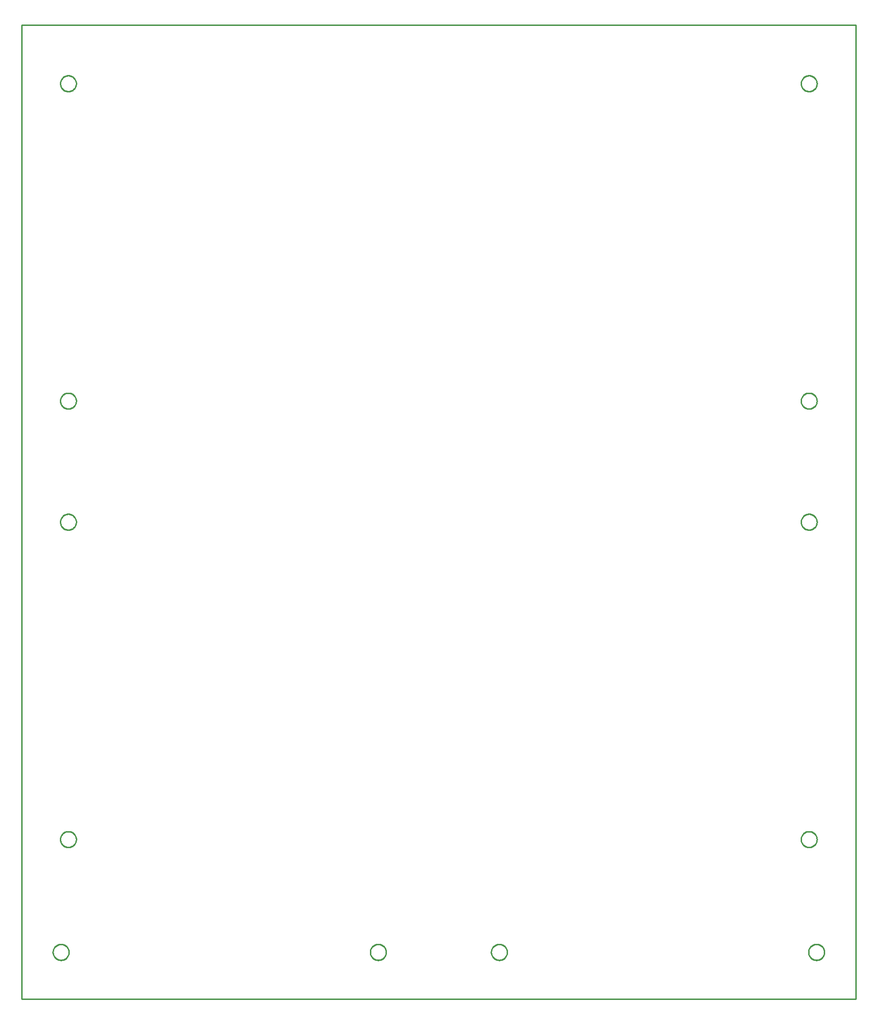
<source format=gbr>
G04 EAGLE Gerber X2 export*
%TF.Part,Single*%
%TF.FileFunction,Profile,NP*%
%TF.FilePolarity,Positive*%
%TF.GenerationSoftware,Autodesk,EAGLE,9.1.3*%
%TF.CreationDate,2020-04-16T01:31:32Z*%
G75*
%MOMM*%
%FSLAX34Y34*%
%LPD*%
%AMOC8*
5,1,8,0,0,1.08239X$1,22.5*%
G01*
%ADD10C,0.254000*%


D10*
X-114300Y-342900D02*
X1384100Y-342900D01*
X1384100Y1406400D01*
X-114300Y1406400D01*
X-114300Y-342900D01*
X757950Y-259509D02*
X757877Y-260524D01*
X757733Y-261532D01*
X757516Y-262526D01*
X757229Y-263503D01*
X756874Y-264457D01*
X756451Y-265383D01*
X755963Y-266276D01*
X755413Y-267132D01*
X754803Y-267947D01*
X754136Y-268716D01*
X753416Y-269436D01*
X752647Y-270103D01*
X751832Y-270713D01*
X750976Y-271263D01*
X750083Y-271751D01*
X749157Y-272174D01*
X748203Y-272529D01*
X747226Y-272816D01*
X746232Y-273033D01*
X745224Y-273177D01*
X744209Y-273250D01*
X743191Y-273250D01*
X742176Y-273177D01*
X741168Y-273033D01*
X740174Y-272816D01*
X739197Y-272529D01*
X738243Y-272174D01*
X737317Y-271751D01*
X736424Y-271263D01*
X735568Y-270713D01*
X734753Y-270103D01*
X733984Y-269436D01*
X733264Y-268716D01*
X732597Y-267947D01*
X731987Y-267132D01*
X731437Y-266276D01*
X730949Y-265383D01*
X730526Y-264457D01*
X730171Y-263503D01*
X729884Y-262526D01*
X729667Y-261532D01*
X729523Y-260524D01*
X729450Y-259509D01*
X729450Y-258491D01*
X729523Y-257476D01*
X729667Y-256468D01*
X729884Y-255474D01*
X730171Y-254497D01*
X730526Y-253543D01*
X730949Y-252617D01*
X731437Y-251724D01*
X731987Y-250868D01*
X732597Y-250053D01*
X733264Y-249284D01*
X733984Y-248564D01*
X734753Y-247897D01*
X735568Y-247287D01*
X736424Y-246737D01*
X737317Y-246249D01*
X738243Y-245826D01*
X739197Y-245471D01*
X740174Y-245184D01*
X741168Y-244967D01*
X742176Y-244823D01*
X743191Y-244750D01*
X744209Y-244750D01*
X745224Y-244823D01*
X746232Y-244967D01*
X747226Y-245184D01*
X748203Y-245471D01*
X749157Y-245826D01*
X750083Y-246249D01*
X750976Y-246737D01*
X751832Y-247287D01*
X752647Y-247897D01*
X753416Y-248564D01*
X754136Y-249284D01*
X754803Y-250053D01*
X755413Y-250868D01*
X755963Y-251724D01*
X756451Y-252617D01*
X756874Y-253543D01*
X757229Y-254497D01*
X757516Y-255474D01*
X757733Y-256468D01*
X757877Y-257476D01*
X757950Y-258491D01*
X757950Y-259509D01*
X1327950Y-259509D02*
X1327877Y-260524D01*
X1327733Y-261532D01*
X1327516Y-262526D01*
X1327229Y-263503D01*
X1326874Y-264457D01*
X1326451Y-265383D01*
X1325963Y-266276D01*
X1325413Y-267132D01*
X1324803Y-267947D01*
X1324136Y-268716D01*
X1323416Y-269436D01*
X1322647Y-270103D01*
X1321832Y-270713D01*
X1320976Y-271263D01*
X1320083Y-271751D01*
X1319157Y-272174D01*
X1318203Y-272529D01*
X1317226Y-272816D01*
X1316232Y-273033D01*
X1315224Y-273177D01*
X1314209Y-273250D01*
X1313191Y-273250D01*
X1312176Y-273177D01*
X1311168Y-273033D01*
X1310174Y-272816D01*
X1309197Y-272529D01*
X1308243Y-272174D01*
X1307317Y-271751D01*
X1306424Y-271263D01*
X1305568Y-270713D01*
X1304753Y-270103D01*
X1303984Y-269436D01*
X1303264Y-268716D01*
X1302597Y-267947D01*
X1301987Y-267132D01*
X1301437Y-266276D01*
X1300949Y-265383D01*
X1300526Y-264457D01*
X1300171Y-263503D01*
X1299884Y-262526D01*
X1299667Y-261532D01*
X1299523Y-260524D01*
X1299450Y-259509D01*
X1299450Y-258491D01*
X1299523Y-257476D01*
X1299667Y-256468D01*
X1299884Y-255474D01*
X1300171Y-254497D01*
X1300526Y-253543D01*
X1300949Y-252617D01*
X1301437Y-251724D01*
X1301987Y-250868D01*
X1302597Y-250053D01*
X1303264Y-249284D01*
X1303984Y-248564D01*
X1304753Y-247897D01*
X1305568Y-247287D01*
X1306424Y-246737D01*
X1307317Y-246249D01*
X1308243Y-245826D01*
X1309197Y-245471D01*
X1310174Y-245184D01*
X1311168Y-244967D01*
X1312176Y-244823D01*
X1313191Y-244750D01*
X1314209Y-244750D01*
X1315224Y-244823D01*
X1316232Y-244967D01*
X1317226Y-245184D01*
X1318203Y-245471D01*
X1319157Y-245826D01*
X1320083Y-246249D01*
X1320976Y-246737D01*
X1321832Y-247287D01*
X1322647Y-247897D01*
X1323416Y-248564D01*
X1324136Y-249284D01*
X1324803Y-250053D01*
X1325413Y-250868D01*
X1325963Y-251724D01*
X1326451Y-252617D01*
X1326874Y-253543D01*
X1327229Y-254497D01*
X1327516Y-255474D01*
X1327733Y-256468D01*
X1327877Y-257476D01*
X1327950Y-258491D01*
X1327950Y-259509D01*
X-29450Y-259509D02*
X-29523Y-260524D01*
X-29667Y-261532D01*
X-29884Y-262526D01*
X-30171Y-263503D01*
X-30526Y-264457D01*
X-30949Y-265383D01*
X-31437Y-266276D01*
X-31987Y-267132D01*
X-32597Y-267947D01*
X-33264Y-268716D01*
X-33984Y-269436D01*
X-34753Y-270103D01*
X-35568Y-270713D01*
X-36424Y-271263D01*
X-37317Y-271751D01*
X-38243Y-272174D01*
X-39197Y-272529D01*
X-40174Y-272816D01*
X-41168Y-273033D01*
X-42176Y-273177D01*
X-43191Y-273250D01*
X-44209Y-273250D01*
X-45224Y-273177D01*
X-46232Y-273033D01*
X-47226Y-272816D01*
X-48203Y-272529D01*
X-49157Y-272174D01*
X-50083Y-271751D01*
X-50976Y-271263D01*
X-51832Y-270713D01*
X-52647Y-270103D01*
X-53416Y-269436D01*
X-54136Y-268716D01*
X-54803Y-267947D01*
X-55413Y-267132D01*
X-55963Y-266276D01*
X-56451Y-265383D01*
X-56874Y-264457D01*
X-57229Y-263503D01*
X-57516Y-262526D01*
X-57733Y-261532D01*
X-57877Y-260524D01*
X-57950Y-259509D01*
X-57950Y-258491D01*
X-57877Y-257476D01*
X-57733Y-256468D01*
X-57516Y-255474D01*
X-57229Y-254497D01*
X-56874Y-253543D01*
X-56451Y-252617D01*
X-55963Y-251724D01*
X-55413Y-250868D01*
X-54803Y-250053D01*
X-54136Y-249284D01*
X-53416Y-248564D01*
X-52647Y-247897D01*
X-51832Y-247287D01*
X-50976Y-246737D01*
X-50083Y-246249D01*
X-49157Y-245826D01*
X-48203Y-245471D01*
X-47226Y-245184D01*
X-46232Y-244967D01*
X-45224Y-244823D01*
X-44209Y-244750D01*
X-43191Y-244750D01*
X-42176Y-244823D01*
X-41168Y-244967D01*
X-40174Y-245184D01*
X-39197Y-245471D01*
X-38243Y-245826D01*
X-37317Y-246249D01*
X-36424Y-246737D01*
X-35568Y-247287D01*
X-34753Y-247897D01*
X-33984Y-248564D01*
X-33264Y-249284D01*
X-32597Y-250053D01*
X-31987Y-250868D01*
X-31437Y-251724D01*
X-30949Y-252617D01*
X-30526Y-253543D01*
X-30171Y-254497D01*
X-29884Y-255474D01*
X-29667Y-256468D01*
X-29523Y-257476D01*
X-29450Y-258491D01*
X-29450Y-259509D01*
X540550Y-259509D02*
X540477Y-260524D01*
X540333Y-261532D01*
X540116Y-262526D01*
X539829Y-263503D01*
X539474Y-264457D01*
X539051Y-265383D01*
X538563Y-266276D01*
X538013Y-267132D01*
X537403Y-267947D01*
X536736Y-268716D01*
X536016Y-269436D01*
X535247Y-270103D01*
X534432Y-270713D01*
X533576Y-271263D01*
X532683Y-271751D01*
X531757Y-272174D01*
X530803Y-272529D01*
X529826Y-272816D01*
X528832Y-273033D01*
X527824Y-273177D01*
X526809Y-273250D01*
X525791Y-273250D01*
X524776Y-273177D01*
X523768Y-273033D01*
X522774Y-272816D01*
X521797Y-272529D01*
X520843Y-272174D01*
X519917Y-271751D01*
X519024Y-271263D01*
X518168Y-270713D01*
X517353Y-270103D01*
X516584Y-269436D01*
X515864Y-268716D01*
X515197Y-267947D01*
X514587Y-267132D01*
X514037Y-266276D01*
X513549Y-265383D01*
X513126Y-264457D01*
X512771Y-263503D01*
X512484Y-262526D01*
X512267Y-261532D01*
X512123Y-260524D01*
X512050Y-259509D01*
X512050Y-258491D01*
X512123Y-257476D01*
X512267Y-256468D01*
X512484Y-255474D01*
X512771Y-254497D01*
X513126Y-253543D01*
X513549Y-252617D01*
X514037Y-251724D01*
X514587Y-250868D01*
X515197Y-250053D01*
X515864Y-249284D01*
X516584Y-248564D01*
X517353Y-247897D01*
X518168Y-247287D01*
X519024Y-246737D01*
X519917Y-246249D01*
X520843Y-245826D01*
X521797Y-245471D01*
X522774Y-245184D01*
X523768Y-244967D01*
X524776Y-244823D01*
X525791Y-244750D01*
X526809Y-244750D01*
X527824Y-244823D01*
X528832Y-244967D01*
X529826Y-245184D01*
X530803Y-245471D01*
X531757Y-245826D01*
X532683Y-246249D01*
X533576Y-246737D01*
X534432Y-247287D01*
X535247Y-247897D01*
X536016Y-248564D01*
X536736Y-249284D01*
X537403Y-250053D01*
X538013Y-250868D01*
X538563Y-251724D01*
X539051Y-252617D01*
X539474Y-253543D01*
X539829Y-254497D01*
X540116Y-255474D01*
X540333Y-256468D01*
X540477Y-257476D01*
X540550Y-258491D01*
X540550Y-259509D01*
X1300909Y-42150D02*
X1301924Y-42223D01*
X1302932Y-42367D01*
X1303926Y-42584D01*
X1304903Y-42871D01*
X1305857Y-43226D01*
X1306783Y-43649D01*
X1307676Y-44137D01*
X1308532Y-44687D01*
X1309347Y-45297D01*
X1310116Y-45964D01*
X1310836Y-46684D01*
X1311503Y-47453D01*
X1312113Y-48268D01*
X1312663Y-49124D01*
X1313151Y-50017D01*
X1313574Y-50943D01*
X1313929Y-51897D01*
X1314216Y-52874D01*
X1314433Y-53868D01*
X1314577Y-54876D01*
X1314650Y-55891D01*
X1314650Y-56909D01*
X1314577Y-57924D01*
X1314433Y-58932D01*
X1314216Y-59926D01*
X1313929Y-60903D01*
X1313574Y-61857D01*
X1313151Y-62783D01*
X1312663Y-63676D01*
X1312113Y-64532D01*
X1311503Y-65347D01*
X1310836Y-66116D01*
X1310116Y-66836D01*
X1309347Y-67503D01*
X1308532Y-68113D01*
X1307676Y-68663D01*
X1306783Y-69151D01*
X1305857Y-69574D01*
X1304903Y-69929D01*
X1303926Y-70216D01*
X1302932Y-70433D01*
X1301924Y-70577D01*
X1300909Y-70650D01*
X1299891Y-70650D01*
X1298876Y-70577D01*
X1297868Y-70433D01*
X1296874Y-70216D01*
X1295897Y-69929D01*
X1294943Y-69574D01*
X1294017Y-69151D01*
X1293124Y-68663D01*
X1292268Y-68113D01*
X1291453Y-67503D01*
X1290684Y-66836D01*
X1289964Y-66116D01*
X1289297Y-65347D01*
X1288687Y-64532D01*
X1288137Y-63676D01*
X1287649Y-62783D01*
X1287226Y-61857D01*
X1286871Y-60903D01*
X1286584Y-59926D01*
X1286367Y-58932D01*
X1286223Y-57924D01*
X1286150Y-56909D01*
X1286150Y-55891D01*
X1286223Y-54876D01*
X1286367Y-53868D01*
X1286584Y-52874D01*
X1286871Y-51897D01*
X1287226Y-50943D01*
X1287649Y-50017D01*
X1288137Y-49124D01*
X1288687Y-48268D01*
X1289297Y-47453D01*
X1289964Y-46684D01*
X1290684Y-45964D01*
X1291453Y-45297D01*
X1292268Y-44687D01*
X1293124Y-44137D01*
X1294017Y-43649D01*
X1294943Y-43226D01*
X1295897Y-42871D01*
X1296874Y-42584D01*
X1297868Y-42367D01*
X1298876Y-42223D01*
X1299891Y-42150D01*
X1300909Y-42150D01*
X1300909Y527850D02*
X1301924Y527777D01*
X1302932Y527633D01*
X1303926Y527416D01*
X1304903Y527129D01*
X1305857Y526774D01*
X1306783Y526351D01*
X1307676Y525863D01*
X1308532Y525313D01*
X1309347Y524703D01*
X1310116Y524036D01*
X1310836Y523316D01*
X1311503Y522547D01*
X1312113Y521732D01*
X1312663Y520876D01*
X1313151Y519983D01*
X1313574Y519057D01*
X1313929Y518103D01*
X1314216Y517126D01*
X1314433Y516132D01*
X1314577Y515124D01*
X1314650Y514109D01*
X1314650Y513091D01*
X1314577Y512076D01*
X1314433Y511068D01*
X1314216Y510074D01*
X1313929Y509097D01*
X1313574Y508143D01*
X1313151Y507217D01*
X1312663Y506324D01*
X1312113Y505468D01*
X1311503Y504653D01*
X1310836Y503884D01*
X1310116Y503164D01*
X1309347Y502497D01*
X1308532Y501887D01*
X1307676Y501337D01*
X1306783Y500849D01*
X1305857Y500426D01*
X1304903Y500071D01*
X1303926Y499784D01*
X1302932Y499567D01*
X1301924Y499423D01*
X1300909Y499350D01*
X1299891Y499350D01*
X1298876Y499423D01*
X1297868Y499567D01*
X1296874Y499784D01*
X1295897Y500071D01*
X1294943Y500426D01*
X1294017Y500849D01*
X1293124Y501337D01*
X1292268Y501887D01*
X1291453Y502497D01*
X1290684Y503164D01*
X1289964Y503884D01*
X1289297Y504653D01*
X1288687Y505468D01*
X1288137Y506324D01*
X1287649Y507217D01*
X1287226Y508143D01*
X1286871Y509097D01*
X1286584Y510074D01*
X1286367Y511068D01*
X1286223Y512076D01*
X1286150Y513091D01*
X1286150Y514109D01*
X1286223Y515124D01*
X1286367Y516132D01*
X1286584Y517126D01*
X1286871Y518103D01*
X1287226Y519057D01*
X1287649Y519983D01*
X1288137Y520876D01*
X1288687Y521732D01*
X1289297Y522547D01*
X1289964Y523316D01*
X1290684Y524036D01*
X1291453Y524703D01*
X1292268Y525313D01*
X1293124Y525863D01*
X1294017Y526351D01*
X1294943Y526774D01*
X1295897Y527129D01*
X1296874Y527416D01*
X1297868Y527633D01*
X1298876Y527777D01*
X1299891Y527850D01*
X1300909Y527850D01*
X1300909Y745250D02*
X1301924Y745177D01*
X1302932Y745033D01*
X1303926Y744816D01*
X1304903Y744529D01*
X1305857Y744174D01*
X1306783Y743751D01*
X1307676Y743263D01*
X1308532Y742713D01*
X1309347Y742103D01*
X1310116Y741436D01*
X1310836Y740716D01*
X1311503Y739947D01*
X1312113Y739132D01*
X1312663Y738276D01*
X1313151Y737383D01*
X1313574Y736457D01*
X1313929Y735503D01*
X1314216Y734526D01*
X1314433Y733532D01*
X1314577Y732524D01*
X1314650Y731509D01*
X1314650Y730491D01*
X1314577Y729476D01*
X1314433Y728468D01*
X1314216Y727474D01*
X1313929Y726497D01*
X1313574Y725543D01*
X1313151Y724617D01*
X1312663Y723724D01*
X1312113Y722868D01*
X1311503Y722053D01*
X1310836Y721284D01*
X1310116Y720564D01*
X1309347Y719897D01*
X1308532Y719287D01*
X1307676Y718737D01*
X1306783Y718249D01*
X1305857Y717826D01*
X1304903Y717471D01*
X1303926Y717184D01*
X1302932Y716967D01*
X1301924Y716823D01*
X1300909Y716750D01*
X1299891Y716750D01*
X1298876Y716823D01*
X1297868Y716967D01*
X1296874Y717184D01*
X1295897Y717471D01*
X1294943Y717826D01*
X1294017Y718249D01*
X1293124Y718737D01*
X1292268Y719287D01*
X1291453Y719897D01*
X1290684Y720564D01*
X1289964Y721284D01*
X1289297Y722053D01*
X1288687Y722868D01*
X1288137Y723724D01*
X1287649Y724617D01*
X1287226Y725543D01*
X1286871Y726497D01*
X1286584Y727474D01*
X1286367Y728468D01*
X1286223Y729476D01*
X1286150Y730491D01*
X1286150Y731509D01*
X1286223Y732524D01*
X1286367Y733532D01*
X1286584Y734526D01*
X1286871Y735503D01*
X1287226Y736457D01*
X1287649Y737383D01*
X1288137Y738276D01*
X1288687Y739132D01*
X1289297Y739947D01*
X1289964Y740716D01*
X1290684Y741436D01*
X1291453Y742103D01*
X1292268Y742713D01*
X1293124Y743263D01*
X1294017Y743751D01*
X1294943Y744174D01*
X1295897Y744529D01*
X1296874Y744816D01*
X1297868Y745033D01*
X1298876Y745177D01*
X1299891Y745250D01*
X1300909Y745250D01*
X1300909Y1315250D02*
X1301924Y1315177D01*
X1302932Y1315033D01*
X1303926Y1314816D01*
X1304903Y1314529D01*
X1305857Y1314174D01*
X1306783Y1313751D01*
X1307676Y1313263D01*
X1308532Y1312713D01*
X1309347Y1312103D01*
X1310116Y1311436D01*
X1310836Y1310716D01*
X1311503Y1309947D01*
X1312113Y1309132D01*
X1312663Y1308276D01*
X1313151Y1307383D01*
X1313574Y1306457D01*
X1313929Y1305503D01*
X1314216Y1304526D01*
X1314433Y1303532D01*
X1314577Y1302524D01*
X1314650Y1301509D01*
X1314650Y1300491D01*
X1314577Y1299476D01*
X1314433Y1298468D01*
X1314216Y1297474D01*
X1313929Y1296497D01*
X1313574Y1295543D01*
X1313151Y1294617D01*
X1312663Y1293724D01*
X1312113Y1292868D01*
X1311503Y1292053D01*
X1310836Y1291284D01*
X1310116Y1290564D01*
X1309347Y1289897D01*
X1308532Y1289287D01*
X1307676Y1288737D01*
X1306783Y1288249D01*
X1305857Y1287826D01*
X1304903Y1287471D01*
X1303926Y1287184D01*
X1302932Y1286967D01*
X1301924Y1286823D01*
X1300909Y1286750D01*
X1299891Y1286750D01*
X1298876Y1286823D01*
X1297868Y1286967D01*
X1296874Y1287184D01*
X1295897Y1287471D01*
X1294943Y1287826D01*
X1294017Y1288249D01*
X1293124Y1288737D01*
X1292268Y1289287D01*
X1291453Y1289897D01*
X1290684Y1290564D01*
X1289964Y1291284D01*
X1289297Y1292053D01*
X1288687Y1292868D01*
X1288137Y1293724D01*
X1287649Y1294617D01*
X1287226Y1295543D01*
X1286871Y1296497D01*
X1286584Y1297474D01*
X1286367Y1298468D01*
X1286223Y1299476D01*
X1286150Y1300491D01*
X1286150Y1301509D01*
X1286223Y1302524D01*
X1286367Y1303532D01*
X1286584Y1304526D01*
X1286871Y1305503D01*
X1287226Y1306457D01*
X1287649Y1307383D01*
X1288137Y1308276D01*
X1288687Y1309132D01*
X1289297Y1309947D01*
X1289964Y1310716D01*
X1290684Y1311436D01*
X1291453Y1312103D01*
X1292268Y1312713D01*
X1293124Y1313263D01*
X1294017Y1313751D01*
X1294943Y1314174D01*
X1295897Y1314529D01*
X1296874Y1314816D01*
X1297868Y1315033D01*
X1298876Y1315177D01*
X1299891Y1315250D01*
X1300909Y1315250D01*
X-30909Y1286750D02*
X-31924Y1286823D01*
X-32932Y1286967D01*
X-33926Y1287184D01*
X-34903Y1287471D01*
X-35857Y1287826D01*
X-36783Y1288249D01*
X-37676Y1288737D01*
X-38532Y1289287D01*
X-39347Y1289897D01*
X-40116Y1290564D01*
X-40836Y1291284D01*
X-41503Y1292053D01*
X-42113Y1292868D01*
X-42663Y1293724D01*
X-43151Y1294617D01*
X-43574Y1295543D01*
X-43929Y1296497D01*
X-44216Y1297474D01*
X-44433Y1298468D01*
X-44577Y1299476D01*
X-44650Y1300491D01*
X-44650Y1301509D01*
X-44577Y1302524D01*
X-44433Y1303532D01*
X-44216Y1304526D01*
X-43929Y1305503D01*
X-43574Y1306457D01*
X-43151Y1307383D01*
X-42663Y1308276D01*
X-42113Y1309132D01*
X-41503Y1309947D01*
X-40836Y1310716D01*
X-40116Y1311436D01*
X-39347Y1312103D01*
X-38532Y1312713D01*
X-37676Y1313263D01*
X-36783Y1313751D01*
X-35857Y1314174D01*
X-34903Y1314529D01*
X-33926Y1314816D01*
X-32932Y1315033D01*
X-31924Y1315177D01*
X-30909Y1315250D01*
X-29891Y1315250D01*
X-28876Y1315177D01*
X-27868Y1315033D01*
X-26874Y1314816D01*
X-25897Y1314529D01*
X-24943Y1314174D01*
X-24017Y1313751D01*
X-23124Y1313263D01*
X-22268Y1312713D01*
X-21453Y1312103D01*
X-20684Y1311436D01*
X-19964Y1310716D01*
X-19297Y1309947D01*
X-18687Y1309132D01*
X-18137Y1308276D01*
X-17649Y1307383D01*
X-17226Y1306457D01*
X-16871Y1305503D01*
X-16584Y1304526D01*
X-16367Y1303532D01*
X-16223Y1302524D01*
X-16150Y1301509D01*
X-16150Y1300491D01*
X-16223Y1299476D01*
X-16367Y1298468D01*
X-16584Y1297474D01*
X-16871Y1296497D01*
X-17226Y1295543D01*
X-17649Y1294617D01*
X-18137Y1293724D01*
X-18687Y1292868D01*
X-19297Y1292053D01*
X-19964Y1291284D01*
X-20684Y1290564D01*
X-21453Y1289897D01*
X-22268Y1289287D01*
X-23124Y1288737D01*
X-24017Y1288249D01*
X-24943Y1287826D01*
X-25897Y1287471D01*
X-26874Y1287184D01*
X-27868Y1286967D01*
X-28876Y1286823D01*
X-29891Y1286750D01*
X-30909Y1286750D01*
X-30909Y716750D02*
X-31924Y716823D01*
X-32932Y716967D01*
X-33926Y717184D01*
X-34903Y717471D01*
X-35857Y717826D01*
X-36783Y718249D01*
X-37676Y718737D01*
X-38532Y719287D01*
X-39347Y719897D01*
X-40116Y720564D01*
X-40836Y721284D01*
X-41503Y722053D01*
X-42113Y722868D01*
X-42663Y723724D01*
X-43151Y724617D01*
X-43574Y725543D01*
X-43929Y726497D01*
X-44216Y727474D01*
X-44433Y728468D01*
X-44577Y729476D01*
X-44650Y730491D01*
X-44650Y731509D01*
X-44577Y732524D01*
X-44433Y733532D01*
X-44216Y734526D01*
X-43929Y735503D01*
X-43574Y736457D01*
X-43151Y737383D01*
X-42663Y738276D01*
X-42113Y739132D01*
X-41503Y739947D01*
X-40836Y740716D01*
X-40116Y741436D01*
X-39347Y742103D01*
X-38532Y742713D01*
X-37676Y743263D01*
X-36783Y743751D01*
X-35857Y744174D01*
X-34903Y744529D01*
X-33926Y744816D01*
X-32932Y745033D01*
X-31924Y745177D01*
X-30909Y745250D01*
X-29891Y745250D01*
X-28876Y745177D01*
X-27868Y745033D01*
X-26874Y744816D01*
X-25897Y744529D01*
X-24943Y744174D01*
X-24017Y743751D01*
X-23124Y743263D01*
X-22268Y742713D01*
X-21453Y742103D01*
X-20684Y741436D01*
X-19964Y740716D01*
X-19297Y739947D01*
X-18687Y739132D01*
X-18137Y738276D01*
X-17649Y737383D01*
X-17226Y736457D01*
X-16871Y735503D01*
X-16584Y734526D01*
X-16367Y733532D01*
X-16223Y732524D01*
X-16150Y731509D01*
X-16150Y730491D01*
X-16223Y729476D01*
X-16367Y728468D01*
X-16584Y727474D01*
X-16871Y726497D01*
X-17226Y725543D01*
X-17649Y724617D01*
X-18137Y723724D01*
X-18687Y722868D01*
X-19297Y722053D01*
X-19964Y721284D01*
X-20684Y720564D01*
X-21453Y719897D01*
X-22268Y719287D01*
X-23124Y718737D01*
X-24017Y718249D01*
X-24943Y717826D01*
X-25897Y717471D01*
X-26874Y717184D01*
X-27868Y716967D01*
X-28876Y716823D01*
X-29891Y716750D01*
X-30909Y716750D01*
X-30909Y499350D02*
X-31924Y499423D01*
X-32932Y499567D01*
X-33926Y499784D01*
X-34903Y500071D01*
X-35857Y500426D01*
X-36783Y500849D01*
X-37676Y501337D01*
X-38532Y501887D01*
X-39347Y502497D01*
X-40116Y503164D01*
X-40836Y503884D01*
X-41503Y504653D01*
X-42113Y505468D01*
X-42663Y506324D01*
X-43151Y507217D01*
X-43574Y508143D01*
X-43929Y509097D01*
X-44216Y510074D01*
X-44433Y511068D01*
X-44577Y512076D01*
X-44650Y513091D01*
X-44650Y514109D01*
X-44577Y515124D01*
X-44433Y516132D01*
X-44216Y517126D01*
X-43929Y518103D01*
X-43574Y519057D01*
X-43151Y519983D01*
X-42663Y520876D01*
X-42113Y521732D01*
X-41503Y522547D01*
X-40836Y523316D01*
X-40116Y524036D01*
X-39347Y524703D01*
X-38532Y525313D01*
X-37676Y525863D01*
X-36783Y526351D01*
X-35857Y526774D01*
X-34903Y527129D01*
X-33926Y527416D01*
X-32932Y527633D01*
X-31924Y527777D01*
X-30909Y527850D01*
X-29891Y527850D01*
X-28876Y527777D01*
X-27868Y527633D01*
X-26874Y527416D01*
X-25897Y527129D01*
X-24943Y526774D01*
X-24017Y526351D01*
X-23124Y525863D01*
X-22268Y525313D01*
X-21453Y524703D01*
X-20684Y524036D01*
X-19964Y523316D01*
X-19297Y522547D01*
X-18687Y521732D01*
X-18137Y520876D01*
X-17649Y519983D01*
X-17226Y519057D01*
X-16871Y518103D01*
X-16584Y517126D01*
X-16367Y516132D01*
X-16223Y515124D01*
X-16150Y514109D01*
X-16150Y513091D01*
X-16223Y512076D01*
X-16367Y511068D01*
X-16584Y510074D01*
X-16871Y509097D01*
X-17226Y508143D01*
X-17649Y507217D01*
X-18137Y506324D01*
X-18687Y505468D01*
X-19297Y504653D01*
X-19964Y503884D01*
X-20684Y503164D01*
X-21453Y502497D01*
X-22268Y501887D01*
X-23124Y501337D01*
X-24017Y500849D01*
X-24943Y500426D01*
X-25897Y500071D01*
X-26874Y499784D01*
X-27868Y499567D01*
X-28876Y499423D01*
X-29891Y499350D01*
X-30909Y499350D01*
X-30909Y-70650D02*
X-31924Y-70577D01*
X-32932Y-70433D01*
X-33926Y-70216D01*
X-34903Y-69929D01*
X-35857Y-69574D01*
X-36783Y-69151D01*
X-37676Y-68663D01*
X-38532Y-68113D01*
X-39347Y-67503D01*
X-40116Y-66836D01*
X-40836Y-66116D01*
X-41503Y-65347D01*
X-42113Y-64532D01*
X-42663Y-63676D01*
X-43151Y-62783D01*
X-43574Y-61857D01*
X-43929Y-60903D01*
X-44216Y-59926D01*
X-44433Y-58932D01*
X-44577Y-57924D01*
X-44650Y-56909D01*
X-44650Y-55891D01*
X-44577Y-54876D01*
X-44433Y-53868D01*
X-44216Y-52874D01*
X-43929Y-51897D01*
X-43574Y-50943D01*
X-43151Y-50017D01*
X-42663Y-49124D01*
X-42113Y-48268D01*
X-41503Y-47453D01*
X-40836Y-46684D01*
X-40116Y-45964D01*
X-39347Y-45297D01*
X-38532Y-44687D01*
X-37676Y-44137D01*
X-36783Y-43649D01*
X-35857Y-43226D01*
X-34903Y-42871D01*
X-33926Y-42584D01*
X-32932Y-42367D01*
X-31924Y-42223D01*
X-30909Y-42150D01*
X-29891Y-42150D01*
X-28876Y-42223D01*
X-27868Y-42367D01*
X-26874Y-42584D01*
X-25897Y-42871D01*
X-24943Y-43226D01*
X-24017Y-43649D01*
X-23124Y-44137D01*
X-22268Y-44687D01*
X-21453Y-45297D01*
X-20684Y-45964D01*
X-19964Y-46684D01*
X-19297Y-47453D01*
X-18687Y-48268D01*
X-18137Y-49124D01*
X-17649Y-50017D01*
X-17226Y-50943D01*
X-16871Y-51897D01*
X-16584Y-52874D01*
X-16367Y-53868D01*
X-16223Y-54876D01*
X-16150Y-55891D01*
X-16150Y-56909D01*
X-16223Y-57924D01*
X-16367Y-58932D01*
X-16584Y-59926D01*
X-16871Y-60903D01*
X-17226Y-61857D01*
X-17649Y-62783D01*
X-18137Y-63676D01*
X-18687Y-64532D01*
X-19297Y-65347D01*
X-19964Y-66116D01*
X-20684Y-66836D01*
X-21453Y-67503D01*
X-22268Y-68113D01*
X-23124Y-68663D01*
X-24017Y-69151D01*
X-24943Y-69574D01*
X-25897Y-69929D01*
X-26874Y-70216D01*
X-27868Y-70433D01*
X-28876Y-70577D01*
X-29891Y-70650D01*
X-30909Y-70650D01*
M02*

</source>
